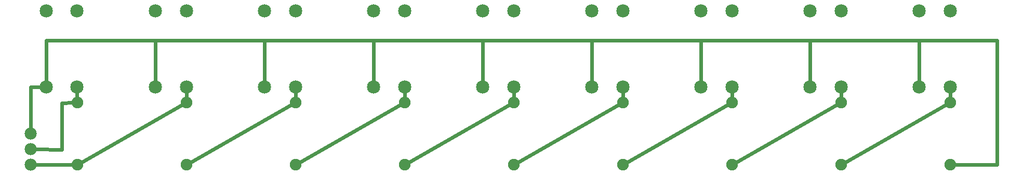
<source format=gtl>
G04 MADE WITH FRITZING*
G04 WWW.FRITZING.ORG*
G04 DOUBLE SIDED*
G04 HOLES PLATED*
G04 CONTOUR ON CENTER OF CONTOUR VECTOR*
%ASAXBY*%
%FSLAX23Y23*%
%MOIN*%
%OFA0B0*%
%SFA1.0B1.0*%
%ADD10C,0.078000*%
%ADD11C,0.085000*%
%ADD12C,0.075000*%
%ADD13C,0.024000*%
%LNCOPPER1*%
G90*
G70*
G54D10*
X198Y416D03*
X198Y316D03*
X198Y216D03*
G54D11*
X6098Y1208D03*
X5901Y1208D03*
X5901Y716D03*
X6098Y716D03*
X6098Y1208D03*
X5901Y1208D03*
X5901Y716D03*
X6098Y716D03*
X5398Y1208D03*
X5201Y1208D03*
X5201Y716D03*
X5398Y716D03*
X5398Y1208D03*
X5201Y1208D03*
X5201Y716D03*
X5398Y716D03*
X3298Y1208D03*
X3101Y1208D03*
X3101Y716D03*
X3298Y716D03*
X3298Y1208D03*
X3101Y1208D03*
X3101Y716D03*
X3298Y716D03*
X3998Y1208D03*
X3801Y1208D03*
X3801Y716D03*
X3998Y716D03*
X3998Y1208D03*
X3801Y1208D03*
X3801Y716D03*
X3998Y716D03*
X4698Y1208D03*
X4501Y1208D03*
X4501Y716D03*
X4698Y716D03*
X4698Y1208D03*
X4501Y1208D03*
X4501Y716D03*
X4698Y716D03*
X2598Y1208D03*
X2401Y1208D03*
X2401Y716D03*
X2598Y716D03*
X2598Y1208D03*
X2401Y1208D03*
X2401Y716D03*
X2598Y716D03*
X1198Y1208D03*
X1001Y1208D03*
X1001Y716D03*
X1198Y716D03*
X1198Y1208D03*
X1001Y1208D03*
X1001Y716D03*
X1198Y716D03*
X1898Y1208D03*
X1701Y1208D03*
X1701Y716D03*
X1898Y716D03*
X1898Y1208D03*
X1701Y1208D03*
X1701Y716D03*
X1898Y716D03*
X495Y1208D03*
X298Y1208D03*
X298Y716D03*
X495Y716D03*
X495Y1208D03*
X298Y1208D03*
X298Y716D03*
X495Y716D03*
G54D12*
X498Y616D03*
X498Y216D03*
X6098Y616D03*
X6098Y216D03*
X5398Y616D03*
X5398Y216D03*
X4698Y616D03*
X4698Y216D03*
X3998Y616D03*
X3998Y216D03*
X3298Y616D03*
X3298Y216D03*
X1898Y616D03*
X1898Y216D03*
X2598Y616D03*
X2598Y216D03*
X1198Y616D03*
X1198Y216D03*
G54D13*
X399Y315D02*
X228Y316D01*
D02*
X399Y615D02*
X399Y315D01*
D02*
X198Y717D02*
X198Y446D01*
D02*
X264Y716D02*
X198Y717D01*
D02*
X470Y616D02*
X399Y615D01*
D02*
X470Y216D02*
X228Y216D01*
D02*
X5198Y1016D02*
X5201Y751D01*
D02*
X5898Y1016D02*
X5901Y751D01*
D02*
X4498Y1016D02*
X4501Y751D01*
D02*
X5198Y1016D02*
X5898Y1016D01*
D02*
X6398Y216D02*
X6127Y216D01*
D02*
X5898Y1016D02*
X6398Y1016D01*
D02*
X6398Y1016D02*
X6398Y216D01*
D02*
X4498Y1016D02*
X5198Y1016D01*
D02*
X3798Y1016D02*
X4498Y1016D01*
D02*
X3098Y1016D02*
X3798Y1016D01*
D02*
X2398Y1016D02*
X3098Y1016D01*
D02*
X1698Y1016D02*
X2398Y1016D01*
D02*
X998Y1016D02*
X1001Y751D01*
D02*
X998Y1016D02*
X1698Y1016D01*
D02*
X299Y1016D02*
X998Y1016D01*
D02*
X298Y751D02*
X299Y1016D01*
D02*
X4723Y230D02*
X5373Y602D01*
D02*
X2623Y230D02*
X3273Y602D01*
D02*
X1923Y230D02*
X2573Y602D01*
D02*
X1873Y602D02*
X1223Y230D01*
D02*
X3798Y1016D02*
X3801Y751D01*
D02*
X3098Y1016D02*
X3101Y751D01*
D02*
X2398Y1016D02*
X2401Y751D01*
D02*
X1698Y1016D02*
X1701Y751D01*
D02*
X3973Y602D02*
X3323Y230D01*
D02*
X4673Y602D02*
X4023Y230D01*
D02*
X3298Y644D02*
X3298Y681D01*
D02*
X2598Y644D02*
X2598Y681D01*
D02*
X1898Y644D02*
X1898Y681D01*
D02*
X6073Y602D02*
X5423Y230D01*
D02*
X1198Y644D02*
X1198Y681D01*
D02*
X1173Y602D02*
X523Y230D01*
D02*
X496Y681D02*
X497Y644D01*
D02*
X6098Y644D02*
X6098Y681D01*
D02*
X5398Y644D02*
X5398Y681D01*
D02*
X4698Y644D02*
X4698Y681D01*
D02*
X3998Y644D02*
X3998Y681D01*
G04 End of Copper1*
M02*
</source>
